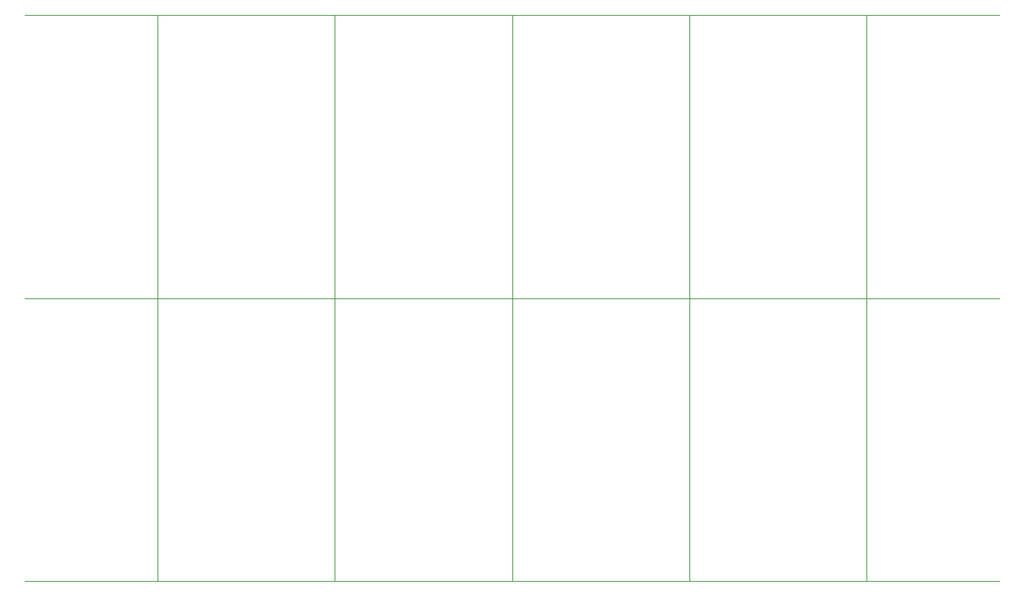
<source format=gbr>
G04 #@! TF.GenerationSoftware,KiCad,Pcbnew,(5.1.0-rc1-113-g51cc783e7)*
G04 #@! TF.CreationDate,2019-03-14T17:18:50-04:00
G04 #@! TF.ProjectId,fk-naturalist-sensors,666b2d6e-6174-4757-9261-6c6973742d73,rev?*
G04 #@! TF.SameCoordinates,Original*
G04 #@! TF.FileFunction,Drawing*
%FSLAX46Y46*%
G04 Gerber Fmt 4.6, Leading zero omitted, Abs format (unit mm)*
G04 Created by KiCad (PCBNEW (5.1.0-rc1-113-g51cc783e7)) date 2019-03-14 17:18:50*
%MOMM*%
%LPD*%
G04 APERTURE LIST*
%ADD10C,0.100000*%
G04 APERTURE END LIST*
D10*
X30000000Y-30000000D02*
X30000000Y-94000000D01*
X110000000Y-94000000D02*
X110000000Y-30000000D01*
X90000000Y-30000000D02*
X90000000Y-94000000D01*
X70000000Y-94000000D02*
X70000000Y-30000000D01*
X50000000Y-30000000D02*
X50000000Y-94000000D01*
X125000000Y-94000000D02*
X15000000Y-94000000D01*
X15000000Y-62000000D02*
X125000000Y-62000000D01*
X15000000Y-30000000D02*
X125000000Y-30000000D01*
M02*

</source>
